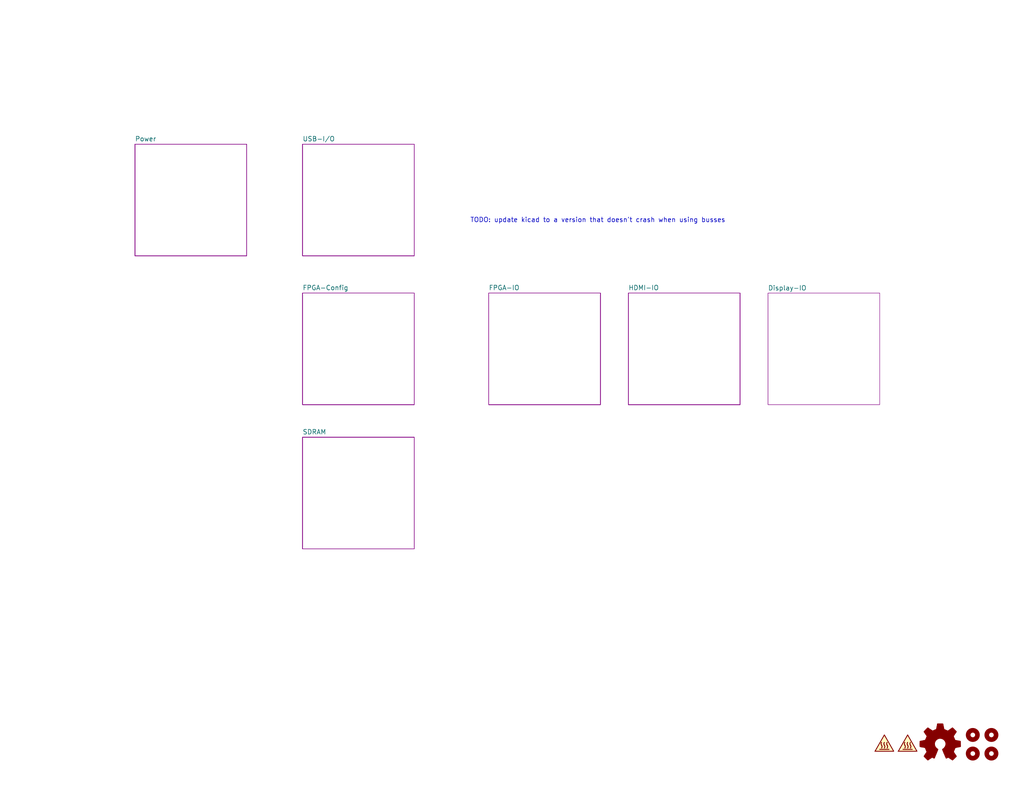
<source format=kicad_sch>
(kicad_sch (version 20200512) (host eeschema "(5.99.0-1839-gb83d64fc0)")
  (page 1 8)
  (paper "USLetter")
  (title_block (title "Top") (rev "r0"))
  (lib_symbols
    (symbol "Graphic:Logo_Open_Hardware_Small"
      (symbol "Logo_Open_Hardware_Small_0_1"
        (polyline (pts (xy 3.3528 -4.3434) (xy 3.302 -4.318) (xy 3.175 -4.2418) (xy 2.9972 -4.1148) (xy 2.7686 -3.9624) (xy 2.54 -3.81) (xy 2.3622 -3.7084) (xy 2.2352 -3.6068) (xy 2.1844 -3.5814) (xy 2.159 -3.6068) (xy 2.0574 -3.6576) (xy 1.905 -3.7338) (xy 1.8034 -3.7846) (xy 1.6764 -3.8354) (xy 1.6002 -3.8354) (xy 1.6002 -3.8354) (xy 1.5494 -3.7338) (xy 1.4732 -3.5306) (xy 1.3462 -3.302) (xy 1.2446 -3.0226) (xy 1.1176 -2.7178) (xy 0.9652 -2.413) (xy 0.8636 -2.1082) (xy 0.7366 -1.8288) (xy 0.6604 -1.6256) (xy 0.6096 -1.4732) (xy 0.5842 -1.397) (xy 0.5842 -1.397) (xy 0.6604 -1.3208) (xy 0.7874 -1.2446) (xy 1.0414 -1.016) (xy 1.2954 -0.6858) (xy 1.4478 -0.3302) (xy 1.524 0.0762) (xy 1.4732 0.4572) (xy 1.3208 0.8128) (xy 1.0668 1.143) (xy 0.762 1.3716) (xy 0.4064 1.524) (xy 0 1.5748) (xy -0.381 1.5494) (xy -0.7366 1.397) (xy -1.0668 1.143) (xy -1.2192 0.9906) (xy -1.397 0.6604) (xy -1.524 0.3048) (xy -1.524 0.2286) (xy -1.4986 -0.1778) (xy -1.397 -0.5334) (xy -1.1938 -0.8636) (xy -0.9144 -1.143) (xy -0.8636 -1.1684) (xy -0.7366 -1.27) (xy -0.635 -1.3462) (xy -0.5842 -1.397) (xy -1.0668 -2.5908) (xy -1.143 -2.794) (xy -1.2954 -3.1242) (xy -1.397 -3.4036) (xy -1.4986 -3.6322) (xy -1.5748 -3.7846) (xy -1.6002 -3.8354) (xy -1.6002 -3.8354) (xy -1.651 -3.8354) (xy -1.7272 -3.81) (xy -1.905 -3.7338) (xy -2.0066 -3.683) (xy -2.1336 -3.6068) (xy -2.2098 -3.5814) (xy -2.2606 -3.6068) (xy -2.3622 -3.683) (xy -2.54 -3.81) (xy -2.7686 -3.9624) (xy -2.9718 -4.0894) (xy -3.1496 -4.2164) (xy -3.302 -4.318) (xy -3.3528 -4.3434) (xy -3.3782 -4.3434) (xy -3.429 -4.318) (xy -3.5306 -4.2164) (xy -3.7084 -4.064) (xy -3.937 -3.8354) (xy -3.9624 -3.81) (xy -4.1656 -3.6068) (xy -4.318 -3.4544) (xy -4.4196 -3.3274) (xy -4.445 -3.2766) (xy -4.445 -3.2766) (xy -4.4196 -3.2258) (xy -4.318 -3.0734) (xy -4.2164 -2.8956) (xy -4.064 -2.667) (xy -3.6576 -2.0828) (xy -3.8862 -1.5494) (xy -3.937 -1.3716) (xy -4.0386 -1.1684) (xy -4.0894 -1.0414) (xy -4.1148 -0.9652) (xy -4.191 -0.9398) (xy -4.318 -0.9144) (xy -4.5466 -0.8636) (xy -4.8006 -0.8128) (xy -5.0546 -0.7874) (xy -5.2578 -0.7366) (xy -5.4356 -0.7112) (xy -5.5118 -0.6858) (xy -5.5118 -0.6858) (xy -5.5372 -0.635) (xy -5.5372 -0.5588) (xy -5.5372 -0.4318) (xy -5.5626 -0.2286) (xy -5.5626 0.0762) (xy -5.5626 0.127) (xy -5.5372 0.4064) (xy -5.5372 0.635) (xy -5.5372 0.762) (xy -5.5372 0.8382) (xy -5.5372 0.8382) (xy -5.461 0.8382) (xy -5.3086 0.889) (xy -5.08 0.9144) (xy -4.826 0.9652) (xy -4.8006 0.9906) (xy -4.5466 1.0414) (xy -4.318 1.0668) (xy -4.1656 1.1176) (xy -4.0894 1.143) (xy -4.0894 1.143) (xy -4.0386 1.2446) (xy -3.9624 1.4224) (xy -3.8608 1.6256) (xy -3.7846 1.8288) (xy -3.7084 2.0066) (xy -3.6576 2.159) (xy -3.6322 2.2098) (xy -3.6322 2.2098) (xy -3.683 2.286) (xy -3.7592 2.413) (xy -3.8862 2.5908) (xy -4.064 2.8194) (xy -4.064 2.8448) (xy -4.2164 3.0734) (xy -4.3434 3.2512) (xy -4.4196 3.3782) (xy -4.445 3.4544) (xy -4.445 3.4544) (xy -4.3942 3.5052) (xy -4.2926 3.6322) (xy -4.1148 3.81) (xy -3.937 4.0132) (xy -3.8608 4.064) (xy -3.6576 4.2926) (xy -3.5052 4.4196) (xy -3.4036 4.4958) (xy -3.3528 4.5212) (xy -3.3528 4.5212) (xy -3.302 4.4704) (xy -3.1496 4.3688) (xy -2.9718 4.2418) (xy -2.7432 4.0894) (xy -2.7178 4.0894) (xy -2.4892 3.937) (xy -2.3114 3.81) (xy -2.1844 3.7084) (xy -2.1336 3.683) (xy -2.1082 3.683) (xy -2.032 3.7084) (xy -1.8542 3.7592) (xy -1.6764 3.8354) (xy -1.4732 3.937) (xy -1.27 4.0132) (xy -1.143 4.064) (xy -1.0668 4.1148) (xy -1.0668 4.1148) (xy -1.0414 4.191) (xy -1.016 4.3434) (xy -0.9652 4.572) (xy -0.9144 4.8514) (xy -0.889 4.9022) (xy -0.8382 5.1562) (xy -0.8128 5.3848) (xy -0.7874 5.5372) (xy -0.762 5.588) (xy -0.7112 5.6134) (xy -0.5842 5.6134) (xy -0.4064 5.6134) (xy -0.1524 5.6134) (xy 0.0762 5.6134) (xy 0.3302 5.6134) (xy 0.5334 5.6134) (xy 0.6858 5.588) (xy 0.7366 5.588) (xy 0.7366 5.588) (xy 0.762 5.5118) (xy 0.8128 5.334) (xy 0.8382 5.1054) (xy 0.9144 4.826) (xy 0.9144 4.7752) (xy 0.9652 4.5212) (xy 1.016 4.2926) (xy 1.0414 4.1402) (xy 1.0668 4.0894) (xy 1.0668 4.0894) (xy 1.1938 4.0386) (xy 1.3716 3.9624) (xy 1.5748 3.8608) (xy 2.0828 3.6576) (xy 2.7178 4.0894) (xy 2.7686 4.1402) (xy 2.9972 4.2926) (xy 3.175 4.4196) (xy 3.302 4.4958) (xy 3.3782 4.5212) (xy 3.3782 4.5212) (xy 3.429 4.4704) (xy 3.556 4.3434) (xy 3.7338 4.191) (xy 3.9116 3.9878) (xy 4.064 3.8354) (xy 4.2418 3.6576) (xy 4.3434 3.556) (xy 4.4196 3.4798) (xy 4.4196 3.429) (xy 4.4196 3.4036) (xy 4.3942 3.3274) (xy 4.2926 3.2004) (xy 4.1656 2.9972) (xy 4.0132 2.794) (xy 3.8862 2.5908) (xy 3.7592 2.3876) (xy 3.6576 2.2352) (xy 3.6322 2.159) (xy 3.6322 2.1336) (xy 3.683 2.0066) (xy 3.7592 1.8288) (xy 3.8608 1.6002) (xy 4.064 1.1176) (xy 4.3942 1.0414) (xy 4.5974 1.016) (xy 4.8768 0.9652) (xy 5.1308 0.9144) (xy 5.5372 0.8382) (xy 5.5626 -0.6604) (xy 5.4864 -0.6858) (xy 5.4356 -0.6858) (xy 5.2832 -0.7366) (xy 5.0546 -0.762) (xy 4.8006 -0.8128) (xy 4.5974 -0.8636) (xy 4.3688 -0.9144) (xy 4.2164 -0.9398) (xy 4.1402 -0.9398) (xy 4.1148 -0.9652) (xy 4.064 -1.0668) (xy 3.9878 -1.2446) (xy 3.9116 -1.4478) (xy 3.81 -1.651) (xy 3.7338 -1.8542) (xy 3.683 -2.0066) (xy 3.6576 -2.0828) (xy 3.683 -2.1336) (xy 3.7846 -2.2606) (xy 3.8862 -2.4638) (xy 4.0386 -2.667) (xy 4.191 -2.8956) (xy 4.318 -3.0734) (xy 4.3942 -3.2004) (xy 4.445 -3.2766) (xy 4.4196 -3.3274) (xy 4.3434 -3.429) (xy 4.1656 -3.5814) (xy 3.937 -3.8354) (xy 3.8862 -3.8608) (xy 3.683 -4.064) (xy 3.5306 -4.2164) (xy 3.4036 -4.318) (xy 3.3528 -4.3434)) (fill (type outline)))
      )
    )
    (symbol "Graphic:SYM_Hot_Small" (pin_names hide)
      (symbol "SYM_Hot_Small_0_1"
        (arc (start -0.762 -1.016) (end -0.762 -0.254) (radius (at -1.27 -0.635) (length 0.635) (angles -36.9 36.9)) (stroke (width 0.254)))
        (arc (start 0 -1.016) (end 0 -0.254) (radius (at -0.508 -0.635) (length 0.635) (angles -36.9 36.9)) (stroke (width 0.254)))
        (arc (start -0.762 0.508) (end -0.762 -0.254) (radius (at -0.254 0.127) (length 0.635) (angles 143.1 -143.1)) (stroke (width 0.254)))
        (arc (start 0.762 -1.016) (end 0.762 -0.254) (radius (at 0.254 -0.635) (length 0.635) (angles -36.9 36.9)) (stroke (width 0.254)))
        (arc (start 0 0.508) (end 0 -0.254) (radius (at 0.508 0.127) (length 0.635) (angles 143.1 -143.1)) (stroke (width 0.254)))
        (arc (start 0.762 0.508) (end 0.762 -0.254) (radius (at 1.27 0.127) (length 0.635) (angles 143.1 -143.1)) (stroke (width 0.254)))
        (polyline (pts (xy 1.27 -1.397) (xy -1.27 -1.397)) (stroke (width 0.254)))
        (polyline (pts (xy -2.54 -1.905) (xy 2.54 -1.905) (xy 0 2.54) (xy -2.54 -1.905)) (stroke (width 0.254)) (fill (type background)))
      )
    )
    (symbol "Mechanical:MountingHole"
      (property "Reference" "H" (at 0 5.08 0))
      (property "Value" "MountingHole" (at 0 3.175 0))
      (symbol "MountingHole_0_1"
        (circle (center 0 0) (radius 1.27) (stroke (width 1.27)))
      )
    )
    (symbol "Mechanical:MountingHole_1"
      (property "Reference" "H" (at 0 5.08 0))
      (property "Value" "MountingHole" (at 0 3.175 0))
      (symbol "MountingHole_1_0_1"
        (circle (center 0 0) (radius 1.27) (stroke (width 1.27)))
      )
    )
    (symbol "Mechanical:MountingHole_2"
      (property "Reference" "H" (at 0 5.08 0))
      (property "Value" "MountingHole" (at 0 3.175 0))
      (symbol "MountingHole_2_0_1"
        (circle (center 0 0) (radius 1.27) (stroke (width 1.27)))
      )
    )
    (symbol "Mechanical:MountingHole_3"
      (property "Reference" "H" (at 0 5.08 0))
      (property "Value" "MountingHole" (at 0 3.175 0))
      (symbol "MountingHole_3_0_1"
        (circle (center 0 0) (radius 1.27) (stroke (width 1.27)))
      )
    )
  )
  (bus_alias "A" (members "AB" "CD"))
  (text "TODO: update kicad to a version that doesn't crash when using busses" (at 128.27 60.96 0) (effects (font (size 1.27 1.27)) (justify left bottom)))
  (symbol (lib_name "Mechanical:MountingHole_3") (lib_id "Mechanical:MountingHole") (at 265.43 200.66 0) (unit 1)
    (property "Reference" "H1" (effects hide))
    (property "Value" "MountingHole" (effects hide))
    (property "Footprint" "MountingHole:MountingHole_2.2mm_M2_Pad_Via" (effects hide))
  )
  (symbol (lib_id "Mechanical:MountingHole") (at 265.43 205.74 0) (unit 1)
    (property "Reference" "H3" (effects hide))
    (property "Value" "MountingHole" (effects hide))
    (property "Footprint" "MountingHole:MountingHole_2.2mm_M2_Pad_Via" (effects hide))
  )
  (symbol (lib_name "Mechanical:MountingHole_2") (lib_id "Mechanical:MountingHole") (at 270.51 200.66 0) (unit 1)
    (property "Reference" "H2" (effects hide))
    (property "Value" "MountingHole" (effects hide))
    (property "Footprint" "MountingHole:MountingHole_2.2mm_M2_Pad_Via" (effects hide))
  )
  (symbol (lib_name "Mechanical:MountingHole_1") (lib_id "Mechanical:MountingHole") (at 270.51 205.74 0) (unit 1)
    (property "Reference" "H4" (effects hide))
    (property "Value" "MountingHole" (effects hide))
    (property "Footprint" "MountingHole:MountingHole_2.2mm_M2_Pad_Via" (effects hide))
  )
  (symbol (lib_id "Graphic:SYM_Hot_Small") (at 241.3 203.2 0) (unit 1)
    (property "Reference" "LOGO2" (effects hide))
    (property "Value" "SYM_Hot_Small" (effects hide))
    (property "Footprint" "Symbol:OSHW-Logo2_7.3x6mm_Copper" (effects hide))
  )
  (symbol (lib_id "Graphic:SYM_Hot_Small") (at 247.65 203.2 0) (unit 1)
    (property "Reference" "LOGO3" (effects hide))
    (property "Value" "SYM_Hot_Small" (effects hide))
    (property "Footprint" "Symbol:OSHW-Logo2_7.3x6mm_Copper" (effects hide))
  )
  (symbol (lib_id "Graphic:Logo_Open_Hardware_Small") (at 256.54 203.2 0) (unit 1)
    (property "Reference" "LOGO1" (effects hide))
    (property "Value" "Logo_Open_Hardware_Small" (effects hide))
    (property "Footprint" "Symbol:OSHW-Symbol_6.7x6mm_Copper" (effects hide))
  )
  (sheet (at 209.55 80.01) (size 30.48 30.48) (stroke (width 0.001) (color 132 0 132 1)) (fill (color 255 255 255 0.0000))
    (property "Sheet name" "Display-IO" (at 209.55 79.3741 0) (effects (justify left bottom)))
    (property "Sheet file" "D:\\Dev\\retraux-design\\accelerator-devkit\\hardware\\proto-0\\baseboard\\accelerator-devkit-proto-0-baseboard-display-io.kicad_sch" (effects hide))
  )
  (sheet (at 82.55 80.01) (size 30.48 30.48) (stroke (width 0.152) (color 132 0 132 1)) (fill (color 255 255 255 0.0000))
    (property "Sheet name" "FPGA-Config" (at 82.55 79.2986 0) (effects (justify left bottom)))
    (property "Sheet file" "accelerator-devkit-proto-0-baseboard-fpga-config.kicad_sch" (effects hide))
  )
  (sheet (at 133.35 80.01) (size 30.48 30.48) (stroke (width 0.152) (color 132 0 132 1)) (fill (color 255 255 255 0.0000))
    (property "Sheet name" "FPGA-IO" (at 133.35 79.2986 0) (effects (justify left bottom)))
    (property "Sheet file" "accelerator-devkit-proto-0-baseboard-fpga-io.kicad_sch" (effects hide))
  )
  (sheet (at 171.45 80.01) (size 30.48 30.48) (stroke (width 0.152) (color 132 0 132 1)) (fill (color 255 255 255 0.0000))
    (property "Sheet name" "HDMI-IO" (at 171.45 79.2986 0) (effects (justify left bottom)))
    (property "Sheet file" "accelerator-devkit-proto-0-baseboard-hdmi-io.kicad_sch" (effects hide))
  )
  (sheet (at 36.83 39.37) (size 30.48 30.48) (stroke (width 0.152) (color 132 0 132 1)) (fill (color 255 255 255 0.0000))
    (property "Sheet name" "Power" (at 36.83 38.659 0) (effects (justify left bottom)))
    (property "Sheet file" "accelerator-devkit-proto-0-baseboard-power.kicad_sch" (effects hide))
  )
  (sheet (at 82.55 119.38) (size 30.48 30.48) (stroke (width 0.152) (color 132 0 132 1)) (fill (color 255 255 255 0.0000))
    (property "Sheet name" "SDRAM" (at 82.55 118.6686 0) (effects (justify left bottom)))
    (property "Sheet file" "accelerator-devkit-proto-0-baseboard-sdram.kicad_sch" (effects hide))
  )
  (sheet (at 82.55 39.37) (size 30.48 30.48) (stroke (width 0.152) (color 132 0 132 1)) (fill (color 255 255 255 0.0000))
    (property "Sheet name" "USB-I/O" (at 82.55 38.659 0) (effects (justify left bottom)))
    (property "Sheet file" "accelerator-devkit-proto-0-baseboard-usb-io.kicad_sch" (effects hide))
  )
)
</source>
